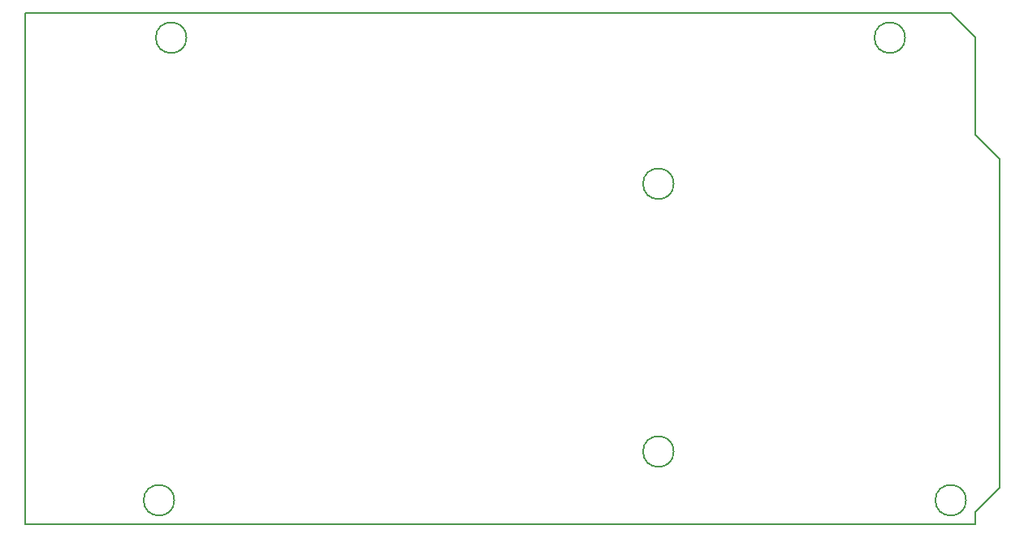
<source format=gm1>
G04*
G04 #@! TF.GenerationSoftware,Altium Limited,Altium Designer,20.0.14 (345)*
G04*
G04 Layer_Color=16711935*
%FSLAX43Y43*%
%MOMM*%
G71*
G01*
G75*
%ADD52C,0.127*%
D52*
X98120Y2540D02*
G03*
X98120Y2540I-1600J0D01*
G01*
X91770Y50800D02*
G03*
X91770Y50800I-1600J0D01*
G01*
X67640Y35560D02*
G03*
X67640Y35560I-1600J0D01*
G01*
X15570Y2540D02*
G03*
X15570Y2540I-1600J0D01*
G01*
X67640Y7620D02*
G03*
X67640Y7620I-1600J0D01*
G01*
X16840Y50800D02*
G03*
X16840Y50800I-1600J0D01*
G01*
X0Y0D02*
Y53340D01*
X96520D01*
X99060Y50800D01*
Y40640D02*
Y50800D01*
Y40640D02*
X101600Y38100D01*
Y3810D02*
Y38100D01*
X99060Y1270D02*
X101600Y3810D01*
X99060Y0D02*
Y1270D01*
X0Y0D02*
X99060D01*
M02*

</source>
